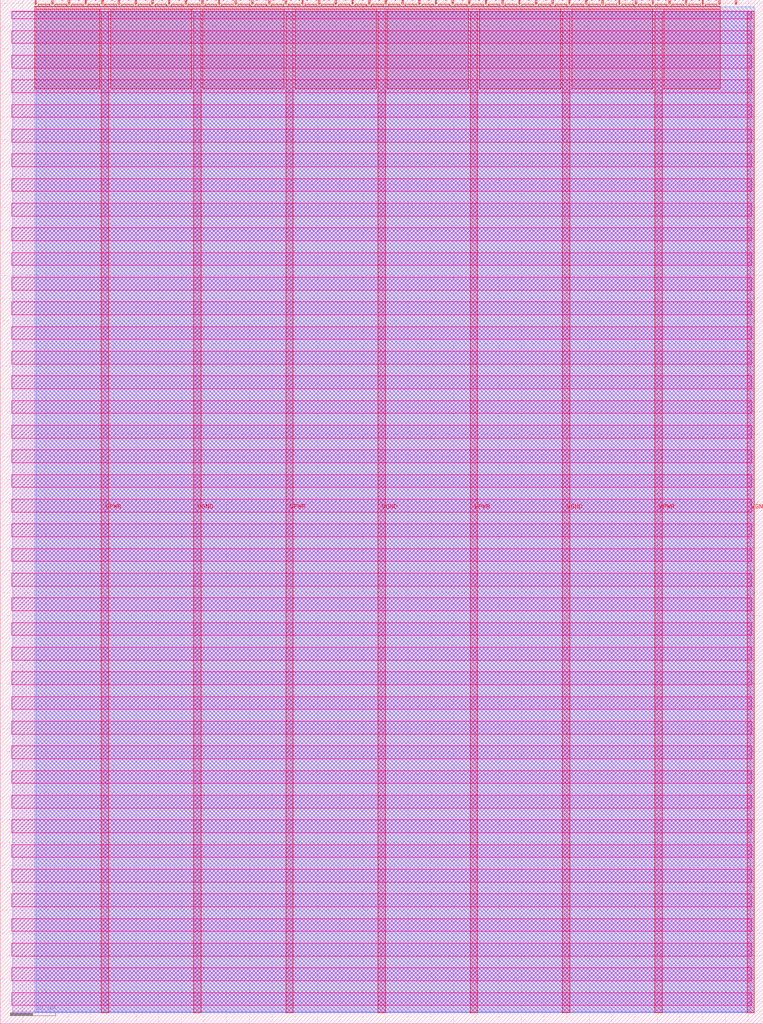
<source format=lef>
VERSION 5.7 ;
  NOWIREEXTENSIONATPIN ON ;
  DIVIDERCHAR "/" ;
  BUSBITCHARS "[]" ;
MACRO tt_um_devinatkin_arduino_vga
  CLASS BLOCK ;
  FOREIGN tt_um_devinatkin_arduino_vga ;
  ORIGIN 0.000 0.000 ;
  SIZE 168.360 BY 225.760 ;
  PIN VGND
    DIRECTION INOUT ;
    USE GROUND ;
    PORT
      LAYER met4 ;
        RECT 42.670 2.480 44.270 223.280 ;
    END
    PORT
      LAYER met4 ;
        RECT 83.380 2.480 84.980 223.280 ;
    END
    PORT
      LAYER met4 ;
        RECT 124.090 2.480 125.690 223.280 ;
    END
    PORT
      LAYER met4 ;
        RECT 164.800 2.480 166.400 223.280 ;
    END
  END VGND
  PIN VPWR
    DIRECTION INOUT ;
    USE POWER ;
    PORT
      LAYER met4 ;
        RECT 22.315 2.480 23.915 223.280 ;
    END
    PORT
      LAYER met4 ;
        RECT 63.025 2.480 64.625 223.280 ;
    END
    PORT
      LAYER met4 ;
        RECT 103.735 2.480 105.335 223.280 ;
    END
    PORT
      LAYER met4 ;
        RECT 144.445 2.480 146.045 223.280 ;
    END
  END VPWR
  PIN clk
    DIRECTION INPUT ;
    USE SIGNAL ;
    ANTENNAGATEAREA 0.852000 ;
    PORT
      LAYER met4 ;
        RECT 158.550 224.760 158.850 225.760 ;
    END
  END clk
  PIN ena
    DIRECTION INPUT ;
    USE SIGNAL ;
    PORT
      LAYER met4 ;
        RECT 162.230 224.760 162.530 225.760 ;
    END
  END ena
  PIN rst_n
    DIRECTION INPUT ;
    USE SIGNAL ;
    ANTENNAGATEAREA 0.213000 ;
    PORT
      LAYER met4 ;
        RECT 154.870 224.760 155.170 225.760 ;
    END
  END rst_n
  PIN ui_in[0]
    DIRECTION INPUT ;
    USE SIGNAL ;
    PORT
      LAYER met4 ;
        RECT 151.190 224.760 151.490 225.760 ;
    END
  END ui_in[0]
  PIN ui_in[1]
    DIRECTION INPUT ;
    USE SIGNAL ;
    PORT
      LAYER met4 ;
        RECT 147.510 224.760 147.810 225.760 ;
    END
  END ui_in[1]
  PIN ui_in[2]
    DIRECTION INPUT ;
    USE SIGNAL ;
    PORT
      LAYER met4 ;
        RECT 143.830 224.760 144.130 225.760 ;
    END
  END ui_in[2]
  PIN ui_in[3]
    DIRECTION INPUT ;
    USE SIGNAL ;
    PORT
      LAYER met4 ;
        RECT 140.150 224.760 140.450 225.760 ;
    END
  END ui_in[3]
  PIN ui_in[4]
    DIRECTION INPUT ;
    USE SIGNAL ;
    PORT
      LAYER met4 ;
        RECT 136.470 224.760 136.770 225.760 ;
    END
  END ui_in[4]
  PIN ui_in[5]
    DIRECTION INPUT ;
    USE SIGNAL ;
    PORT
      LAYER met4 ;
        RECT 132.790 224.760 133.090 225.760 ;
    END
  END ui_in[5]
  PIN ui_in[6]
    DIRECTION INPUT ;
    USE SIGNAL ;
    PORT
      LAYER met4 ;
        RECT 129.110 224.760 129.410 225.760 ;
    END
  END ui_in[6]
  PIN ui_in[7]
    DIRECTION INPUT ;
    USE SIGNAL ;
    PORT
      LAYER met4 ;
        RECT 125.430 224.760 125.730 225.760 ;
    END
  END ui_in[7]
  PIN uio_in[0]
    DIRECTION INPUT ;
    USE SIGNAL ;
    PORT
      LAYER met4 ;
        RECT 121.750 224.760 122.050 225.760 ;
    END
  END uio_in[0]
  PIN uio_in[1]
    DIRECTION INPUT ;
    USE SIGNAL ;
    PORT
      LAYER met4 ;
        RECT 118.070 224.760 118.370 225.760 ;
    END
  END uio_in[1]
  PIN uio_in[2]
    DIRECTION INPUT ;
    USE SIGNAL ;
    PORT
      LAYER met4 ;
        RECT 114.390 224.760 114.690 225.760 ;
    END
  END uio_in[2]
  PIN uio_in[3]
    DIRECTION INPUT ;
    USE SIGNAL ;
    PORT
      LAYER met4 ;
        RECT 110.710 224.760 111.010 225.760 ;
    END
  END uio_in[3]
  PIN uio_in[4]
    DIRECTION INPUT ;
    USE SIGNAL ;
    PORT
      LAYER met4 ;
        RECT 107.030 224.760 107.330 225.760 ;
    END
  END uio_in[4]
  PIN uio_in[5]
    DIRECTION INPUT ;
    USE SIGNAL ;
    PORT
      LAYER met4 ;
        RECT 103.350 224.760 103.650 225.760 ;
    END
  END uio_in[5]
  PIN uio_in[6]
    DIRECTION INPUT ;
    USE SIGNAL ;
    PORT
      LAYER met4 ;
        RECT 99.670 224.760 99.970 225.760 ;
    END
  END uio_in[6]
  PIN uio_in[7]
    DIRECTION INPUT ;
    USE SIGNAL ;
    PORT
      LAYER met4 ;
        RECT 95.990 224.760 96.290 225.760 ;
    END
  END uio_in[7]
  PIN uio_oe[0]
    DIRECTION OUTPUT TRISTATE ;
    USE SIGNAL ;
    PORT
      LAYER met4 ;
        RECT 33.430 224.760 33.730 225.760 ;
    END
  END uio_oe[0]
  PIN uio_oe[1]
    DIRECTION OUTPUT TRISTATE ;
    USE SIGNAL ;
    PORT
      LAYER met4 ;
        RECT 29.750 224.760 30.050 225.760 ;
    END
  END uio_oe[1]
  PIN uio_oe[2]
    DIRECTION OUTPUT TRISTATE ;
    USE SIGNAL ;
    PORT
      LAYER met4 ;
        RECT 26.070 224.760 26.370 225.760 ;
    END
  END uio_oe[2]
  PIN uio_oe[3]
    DIRECTION OUTPUT TRISTATE ;
    USE SIGNAL ;
    PORT
      LAYER met4 ;
        RECT 22.390 224.760 22.690 225.760 ;
    END
  END uio_oe[3]
  PIN uio_oe[4]
    DIRECTION OUTPUT TRISTATE ;
    USE SIGNAL ;
    PORT
      LAYER met4 ;
        RECT 18.710 224.760 19.010 225.760 ;
    END
  END uio_oe[4]
  PIN uio_oe[5]
    DIRECTION OUTPUT TRISTATE ;
    USE SIGNAL ;
    PORT
      LAYER met4 ;
        RECT 15.030 224.760 15.330 225.760 ;
    END
  END uio_oe[5]
  PIN uio_oe[6]
    DIRECTION OUTPUT TRISTATE ;
    USE SIGNAL ;
    PORT
      LAYER met4 ;
        RECT 11.350 224.760 11.650 225.760 ;
    END
  END uio_oe[6]
  PIN uio_oe[7]
    DIRECTION OUTPUT TRISTATE ;
    USE SIGNAL ;
    PORT
      LAYER met4 ;
        RECT 7.670 224.760 7.970 225.760 ;
    END
  END uio_oe[7]
  PIN uio_out[0]
    DIRECTION OUTPUT TRISTATE ;
    USE SIGNAL ;
    PORT
      LAYER met4 ;
        RECT 62.870 224.760 63.170 225.760 ;
    END
  END uio_out[0]
  PIN uio_out[1]
    DIRECTION OUTPUT TRISTATE ;
    USE SIGNAL ;
    PORT
      LAYER met4 ;
        RECT 59.190 224.760 59.490 225.760 ;
    END
  END uio_out[1]
  PIN uio_out[2]
    DIRECTION OUTPUT TRISTATE ;
    USE SIGNAL ;
    PORT
      LAYER met4 ;
        RECT 55.510 224.760 55.810 225.760 ;
    END
  END uio_out[2]
  PIN uio_out[3]
    DIRECTION OUTPUT TRISTATE ;
    USE SIGNAL ;
    PORT
      LAYER met4 ;
        RECT 51.830 224.760 52.130 225.760 ;
    END
  END uio_out[3]
  PIN uio_out[4]
    DIRECTION OUTPUT TRISTATE ;
    USE SIGNAL ;
    PORT
      LAYER met4 ;
        RECT 48.150 224.760 48.450 225.760 ;
    END
  END uio_out[4]
  PIN uio_out[5]
    DIRECTION OUTPUT TRISTATE ;
    USE SIGNAL ;
    PORT
      LAYER met4 ;
        RECT 44.470 224.760 44.770 225.760 ;
    END
  END uio_out[5]
  PIN uio_out[6]
    DIRECTION OUTPUT TRISTATE ;
    USE SIGNAL ;
    PORT
      LAYER met4 ;
        RECT 40.790 224.760 41.090 225.760 ;
    END
  END uio_out[6]
  PIN uio_out[7]
    DIRECTION OUTPUT TRISTATE ;
    USE SIGNAL ;
    PORT
      LAYER met4 ;
        RECT 37.110 224.760 37.410 225.760 ;
    END
  END uio_out[7]
  PIN uo_out[0]
    DIRECTION OUTPUT TRISTATE ;
    USE SIGNAL ;
    ANTENNADIFFAREA 0.445500 ;
    PORT
      LAYER met4 ;
        RECT 92.310 224.760 92.610 225.760 ;
    END
  END uo_out[0]
  PIN uo_out[1]
    DIRECTION OUTPUT TRISTATE ;
    USE SIGNAL ;
    ANTENNADIFFAREA 0.795200 ;
    PORT
      LAYER met4 ;
        RECT 88.630 224.760 88.930 225.760 ;
    END
  END uo_out[1]
  PIN uo_out[2]
    DIRECTION OUTPUT TRISTATE ;
    USE SIGNAL ;
    ANTENNADIFFAREA 0.795200 ;
    PORT
      LAYER met4 ;
        RECT 84.950 224.760 85.250 225.760 ;
    END
  END uo_out[2]
  PIN uo_out[3]
    DIRECTION OUTPUT TRISTATE ;
    USE SIGNAL ;
    PORT
      LAYER met4 ;
        RECT 81.270 224.760 81.570 225.760 ;
    END
  END uo_out[3]
  PIN uo_out[4]
    DIRECTION OUTPUT TRISTATE ;
    USE SIGNAL ;
    ANTENNADIFFAREA 0.795200 ;
    PORT
      LAYER met4 ;
        RECT 77.590 224.760 77.890 225.760 ;
    END
  END uo_out[4]
  PIN uo_out[5]
    DIRECTION OUTPUT TRISTATE ;
    USE SIGNAL ;
    PORT
      LAYER met4 ;
        RECT 73.910 224.760 74.210 225.760 ;
    END
  END uo_out[5]
  PIN uo_out[6]
    DIRECTION OUTPUT TRISTATE ;
    USE SIGNAL ;
    ANTENNAGATEAREA 0.426000 ;
    ANTENNADIFFAREA 0.795200 ;
    PORT
      LAYER met4 ;
        RECT 70.230 224.760 70.530 225.760 ;
    END
  END uo_out[6]
  PIN uo_out[7]
    DIRECTION OUTPUT TRISTATE ;
    USE SIGNAL ;
    PORT
      LAYER met4 ;
        RECT 66.550 224.760 66.850 225.760 ;
    END
  END uo_out[7]
  OBS
      LAYER nwell ;
        RECT 2.570 221.625 165.790 223.230 ;
        RECT 2.570 216.185 165.790 219.015 ;
        RECT 2.570 210.745 165.790 213.575 ;
        RECT 2.570 205.305 165.790 208.135 ;
        RECT 2.570 199.865 165.790 202.695 ;
        RECT 2.570 194.425 165.790 197.255 ;
        RECT 2.570 188.985 165.790 191.815 ;
        RECT 2.570 183.545 165.790 186.375 ;
        RECT 2.570 178.105 165.790 180.935 ;
        RECT 2.570 172.665 165.790 175.495 ;
        RECT 2.570 167.225 165.790 170.055 ;
        RECT 2.570 161.785 165.790 164.615 ;
        RECT 2.570 156.345 165.790 159.175 ;
        RECT 2.570 150.905 165.790 153.735 ;
        RECT 2.570 145.465 165.790 148.295 ;
        RECT 2.570 140.025 165.790 142.855 ;
        RECT 2.570 134.585 165.790 137.415 ;
        RECT 2.570 129.145 165.790 131.975 ;
        RECT 2.570 123.705 165.790 126.535 ;
        RECT 2.570 118.265 165.790 121.095 ;
        RECT 2.570 112.825 165.790 115.655 ;
        RECT 2.570 107.385 165.790 110.215 ;
        RECT 2.570 101.945 165.790 104.775 ;
        RECT 2.570 96.505 165.790 99.335 ;
        RECT 2.570 91.065 165.790 93.895 ;
        RECT 2.570 85.625 165.790 88.455 ;
        RECT 2.570 80.185 165.790 83.015 ;
        RECT 2.570 74.745 165.790 77.575 ;
        RECT 2.570 69.305 165.790 72.135 ;
        RECT 2.570 63.865 165.790 66.695 ;
        RECT 2.570 58.425 165.790 61.255 ;
        RECT 2.570 52.985 165.790 55.815 ;
        RECT 2.570 47.545 165.790 50.375 ;
        RECT 2.570 42.105 165.790 44.935 ;
        RECT 2.570 36.665 165.790 39.495 ;
        RECT 2.570 31.225 165.790 34.055 ;
        RECT 2.570 25.785 165.790 28.615 ;
        RECT 2.570 20.345 165.790 23.175 ;
        RECT 2.570 14.905 165.790 17.735 ;
        RECT 2.570 9.465 165.790 12.295 ;
        RECT 2.570 4.025 165.790 6.855 ;
      LAYER li1 ;
        RECT 2.760 2.635 165.600 223.125 ;
      LAYER met1 ;
        RECT 2.760 2.480 166.400 223.280 ;
      LAYER met2 ;
        RECT 7.910 2.535 166.370 224.245 ;
      LAYER met3 ;
        RECT 7.630 2.555 166.390 224.225 ;
      LAYER met4 ;
        RECT 8.370 224.360 10.950 224.760 ;
        RECT 12.050 224.360 14.630 224.760 ;
        RECT 15.730 224.360 18.310 224.760 ;
        RECT 19.410 224.360 21.990 224.760 ;
        RECT 23.090 224.360 25.670 224.760 ;
        RECT 26.770 224.360 29.350 224.760 ;
        RECT 30.450 224.360 33.030 224.760 ;
        RECT 34.130 224.360 36.710 224.760 ;
        RECT 37.810 224.360 40.390 224.760 ;
        RECT 41.490 224.360 44.070 224.760 ;
        RECT 45.170 224.360 47.750 224.760 ;
        RECT 48.850 224.360 51.430 224.760 ;
        RECT 52.530 224.360 55.110 224.760 ;
        RECT 56.210 224.360 58.790 224.760 ;
        RECT 59.890 224.360 62.470 224.760 ;
        RECT 63.570 224.360 66.150 224.760 ;
        RECT 67.250 224.360 69.830 224.760 ;
        RECT 70.930 224.360 73.510 224.760 ;
        RECT 74.610 224.360 77.190 224.760 ;
        RECT 78.290 224.360 80.870 224.760 ;
        RECT 81.970 224.360 84.550 224.760 ;
        RECT 85.650 224.360 88.230 224.760 ;
        RECT 89.330 224.360 91.910 224.760 ;
        RECT 93.010 224.360 95.590 224.760 ;
        RECT 96.690 224.360 99.270 224.760 ;
        RECT 100.370 224.360 102.950 224.760 ;
        RECT 104.050 224.360 106.630 224.760 ;
        RECT 107.730 224.360 110.310 224.760 ;
        RECT 111.410 224.360 113.990 224.760 ;
        RECT 115.090 224.360 117.670 224.760 ;
        RECT 118.770 224.360 121.350 224.760 ;
        RECT 122.450 224.360 125.030 224.760 ;
        RECT 126.130 224.360 128.710 224.760 ;
        RECT 129.810 224.360 132.390 224.760 ;
        RECT 133.490 224.360 136.070 224.760 ;
        RECT 137.170 224.360 139.750 224.760 ;
        RECT 140.850 224.360 143.430 224.760 ;
        RECT 144.530 224.360 147.110 224.760 ;
        RECT 148.210 224.360 150.790 224.760 ;
        RECT 151.890 224.360 154.470 224.760 ;
        RECT 155.570 224.360 158.150 224.760 ;
        RECT 7.655 223.680 158.865 224.360 ;
        RECT 7.655 206.215 21.915 223.680 ;
        RECT 24.315 206.215 42.270 223.680 ;
        RECT 44.670 206.215 62.625 223.680 ;
        RECT 65.025 206.215 82.980 223.680 ;
        RECT 85.380 206.215 103.335 223.680 ;
        RECT 105.735 206.215 123.690 223.680 ;
        RECT 126.090 206.215 144.045 223.680 ;
        RECT 146.445 206.215 158.865 223.680 ;
  END
END tt_um_devinatkin_arduino_vga
END LIBRARY


</source>
